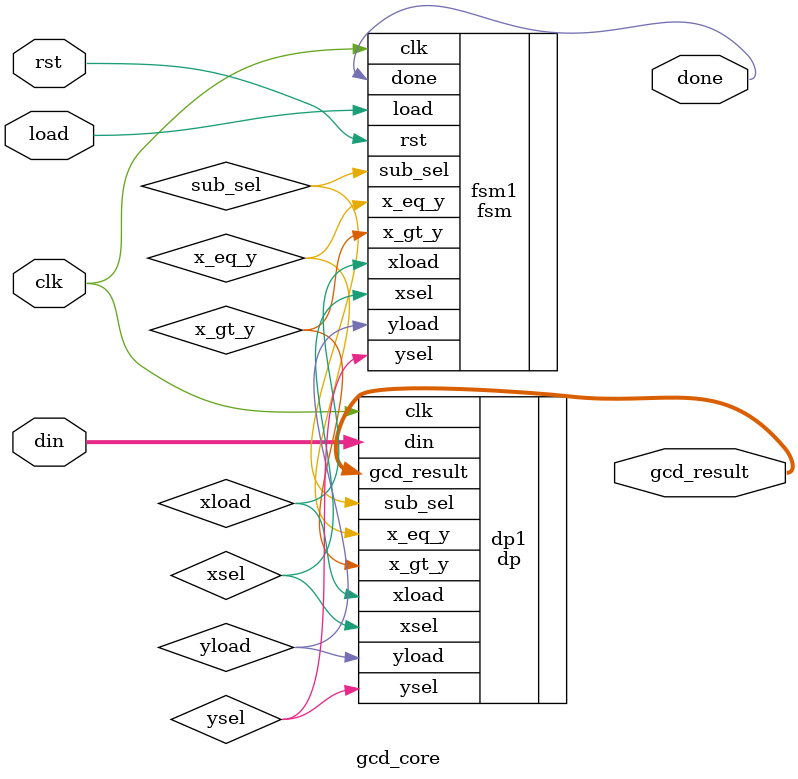
<source format=sv>
`timescale 1ns / 1ps

module gcd_core(
    input logic clk,
    input logic rst,
    input logic load,
    input logic [7:0] din,
    output logic [7:0] gcd_result,
    output logic done
    );
// internal signals
    logic xsel, xload, ysel, yload; 
    logic sub_sel, x_eq_y, x_gt_y;
   
// Instantiate the datapath - could have used .name or .*
dp dp1 (
    .clk(clk), 
    .xsel(xsel), 
    .xload(xload), 
    .ysel(ysel), 
    .yload(yload), 
    .sub_sel(sub_sel), 
    .din(din), 
    .x_eq_y(x_eq_y), 
    .x_gt_y(x_gt_y), 
    .gcd_result(gcd_result)
    );

// Instantiate the controller
fsm fsm1 (
    .clk(clk), 
    .rst(rst), 
    .load(load), 
    .x_eq_y(x_eq_y), 
    .x_gt_y(x_gt_y), 
    .xsel(xsel), 
    .xload(xload), 
    .ysel(ysel), 
    .yload(yload), 
    .sub_sel(sub_sel), 
    .done(done)
    );
endmodule
</source>
